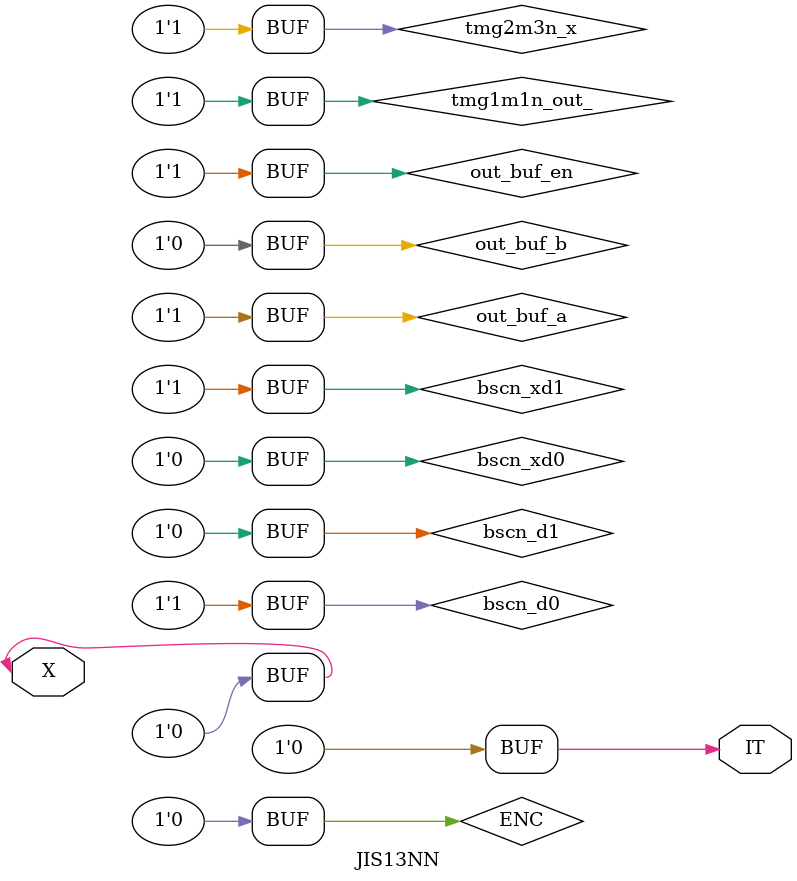
<source format=v>
module JIS13NN(X, IT);
input   X;
output  IT;
wire	ENC ;
wire	tmg1m1n_out_ ;
wire	bscn_xd0 ;
wire	bscn_d0 ;
wire	bscn_xd1 ;
wire	bscn_d1 ;
wire	tmg2m3n_x ;
wire	out_buf_a ;
wire	out_buf_b ;
wire	out_buf_en ;
  not		g1(ENC, 1'b1) ;
  not		g2(tmg1m1n_out_, 1'b0) ;
  and		g3(bscn_xd0, ENC, 1'b0) ;
  or		g4(bscn_d0, 1'b1, tmg1m1n_out_) ;
  or		g5(bscn_xd1, 1'b1, 1'b0) ;
  and		g6(bscn_d1, ENC, tmg1m1n_out_) ;
  not		g7(tmg2m3n_x, X) ;
  not		g8(IT, tmg2m3n_x) ;
  not		g9(out_buf_a, bscn_xd0) ;
  not		g10(out_buf_b, bscn_xd1) ;
  xor		g11(out_buf_en, out_buf_a, out_buf_b) ;
  notif0	g12(X, out_buf_a, out_buf_en) ;
endmodule
</source>
